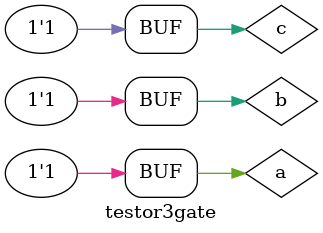
<source format=v>
module or3gate (output s, input p, input q, input r); 
	assign s = ~(~p & ~q & ~r); 
endmodule // or3 gate
// --------------------- 
// -- test or3gate 
// --------------------- 
module testor3gate; 
	// ------------------------- dados locais 
	reg a, b, c; // definir registrador 
	wire s;      // definir conexao (fio) 
	// ------------------------- instancia 
	or3gate OR3_1 (s, a, b, c); 
	// ------------------------- preparacao 
	initial begin:start 
		a=0;
		b=0;
		c=0;
	end 
	// ------------------------- parte principal 
	initial begin:main 
		$display("Exemplo0010 - Daniel Telles McGinnis - 435042"); 
		$display("Test or3 gate"); 
		$display("a | b | c = s\n");
		$display("a   b   c   s");
		$monitor("%b   %b   %b   %b", a, b, c, s);
		#1 a=0; b=0; c=1;
		#1 a=0; b=1; c=0;
		#1 a=0; b=1; c=1;
		#1 a=1; b=0; c=0;
		#1 a=1; b=0; c=1;
		#1 a=1; b=1; c=0;
		#1 a=1; b=1; c=1;
	end 
endmodule // testor3gate 
</source>
